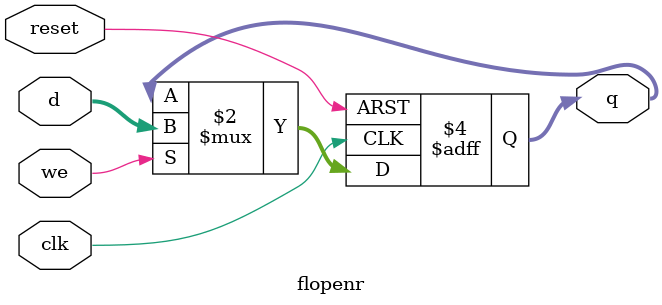
<source format=v>
`timescale 1ns / 1ps
module flopenr#(parameter width=8)(
input clk,reset,we,
input [width-1:0] d,
output reg [width-1:0]q
);
    always@(posedge clk or posedge reset)
    begin
        if(reset) q<=0;
        else if(we)q<=d;
    end
endmodule

</source>
